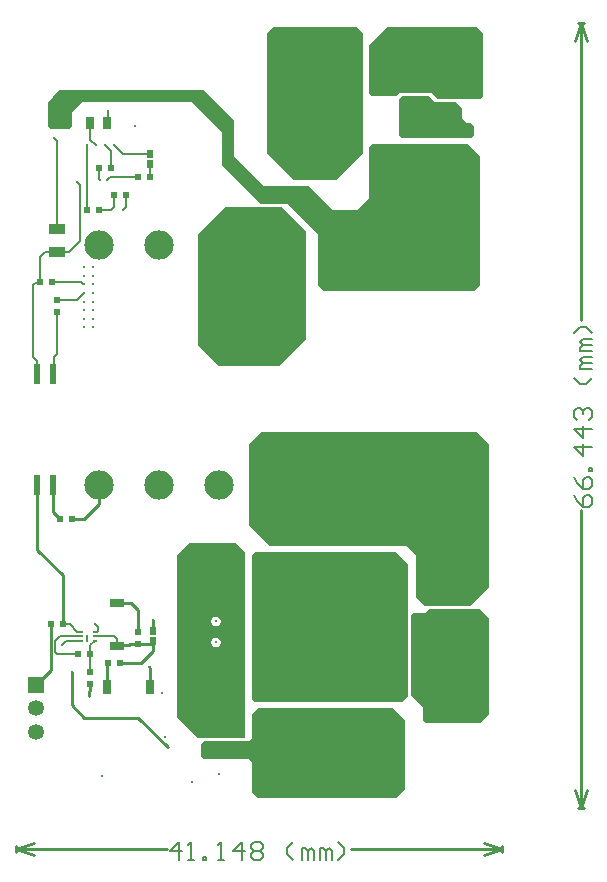
<source format=gtl>
G04*
G04 #@! TF.GenerationSoftware,Altium Limited,Altium Designer,21.2.2 (38)*
G04*
G04 Layer_Physical_Order=1*
G04 Layer_Color=255*
%FSLAX23Y23*%
%MOIN*%
G70*
G04*
G04 #@! TF.SameCoordinates,6939E313-D8E2-45C8-8463-115B02E7E026*
G04*
G04*
G04 #@! TF.FilePolarity,Positive*
G04*
G01*
G75*
%ADD12C,0.010*%
%ADD13R,0.019X0.020*%
%ADD14R,0.140X0.071*%
%ADD15R,0.079X0.152*%
%ADD16R,0.058X0.041*%
%ADD17R,0.030X0.047*%
%ADD18R,0.057X0.037*%
%ADD19R,0.022X0.071*%
%ADD20R,0.020X0.019*%
%ADD21R,0.031X0.039*%
%ADD22R,0.024X0.026*%
%ADD23R,0.014X0.006*%
%ADD24R,0.025X0.048*%
%ADD25R,0.048X0.025*%
%ADD44C,0.006*%
%ADD45C,0.005*%
%ADD46C,0.007*%
%ADD47R,0.053X0.053*%
%ADD48C,0.053*%
%ADD49R,0.053X0.053*%
%ADD50C,0.098*%
%ADD51C,0.012*%
G36*
X2580Y2190D02*
X2580Y1713D01*
X2519Y1651D01*
X2369D01*
X2339Y1681D01*
Y1821D01*
X2309Y1851D01*
X1849Y1851D01*
X1780Y1920D01*
X1780Y2190D01*
X1820Y2230D01*
X2540Y2230D01*
X2580Y2190D01*
D02*
G37*
G36*
X2270Y1830D02*
X2310Y1790D01*
X2310Y1350D01*
X2290Y1330D01*
X1800Y1330D01*
X1790Y1340D01*
X1790Y1820D01*
X1800Y1830D01*
X2270Y1830D01*
D02*
G37*
G36*
X2550Y1640D02*
X2580Y1610D01*
X2580Y1290D01*
X2550Y1260D01*
X2370D01*
X2360Y1270D01*
Y1315D01*
X2320Y1355D01*
X2320Y1620D01*
X2329Y1629D01*
X2369Y1629D01*
X2380Y1640D01*
X2550Y1640D01*
D02*
G37*
G36*
X1738Y1860D02*
X1769Y1829D01*
Y1212D01*
X1608D01*
X1540Y1280D01*
Y1820D01*
X1580Y1860D01*
X1738Y1860D01*
D02*
G37*
G36*
X2300Y1270D02*
Y1040D01*
X2270Y1010D01*
X1810D01*
X1790Y1030D01*
X1790Y1130D01*
X1780Y1140D01*
X1630D01*
X1620Y1150D01*
X1620Y1190D01*
X1630Y1200D01*
X1780D01*
X1790Y1210D01*
X1790Y1290D01*
X1810Y1310D01*
X2260D01*
X2300Y1270D01*
D02*
G37*
G36*
X2560Y3560D02*
X2560Y3350D01*
X2550Y3340D01*
X2480Y3340D01*
X2471Y3340D01*
X2470Y3340D01*
X2410D01*
X2390Y3360D01*
X2381D01*
X2380Y3360D01*
X2290D01*
X2289Y3360D01*
X2280D01*
X2270Y3350D01*
X2190D01*
X2180Y3360D01*
X2180Y3520D01*
X2240Y3580D01*
X2540D01*
X2560Y3560D01*
D02*
G37*
G36*
X2400Y3330D02*
X2470D01*
X2490Y3310D01*
X2490Y3278D01*
X2508Y3261D01*
X2519Y3261D01*
X2530Y3250D01*
X2530Y3220D01*
X2520Y3210D01*
X2290Y3210D01*
X2280Y3220D01*
Y3340D01*
X2290Y3350D01*
X2380D01*
X2400Y3330D01*
D02*
G37*
G36*
X2160Y3560D02*
Y3160D01*
X2070Y3070D01*
X1930Y3070D01*
X1840Y3160D01*
X1840Y3560D01*
X1860Y3580D01*
X2140D01*
X2160Y3560D01*
D02*
G37*
G36*
X1730Y3270D02*
X1730Y3150D01*
X1830Y3050D01*
X1980D01*
X2060Y2970D01*
X2140Y2970D01*
X2180Y3010D01*
Y3180D01*
X2190Y3190D01*
X2510D01*
X2550Y3150D01*
X2550Y2720D01*
X2530Y2700D01*
X2030Y2700D01*
X2010Y2720D01*
X2010Y2890D01*
X1910Y2990D01*
X1891D01*
X1890Y2990D01*
X1820D01*
X1690Y3120D01*
Y3230D01*
X1590Y3330D01*
X1224Y3330D01*
X1192Y3298D01*
X1192Y3252D01*
X1180Y3240D01*
X1120Y3240D01*
X1110Y3250D01*
X1110Y3328D01*
X1148Y3370D01*
X1630Y3370D01*
X1730Y3270D01*
D02*
G37*
G36*
X1970Y2900D02*
Y2540D01*
X1880Y2450D01*
X1680Y2450D01*
X1610Y2520D01*
Y2890D01*
X1700Y2980D01*
X1890D01*
X1970Y2900D01*
D02*
G37*
%LPC*%
G36*
X1673Y1616D02*
X1667D01*
X1661Y1614D01*
X1656Y1609D01*
X1654Y1603D01*
Y1597D01*
X1656Y1591D01*
X1661Y1586D01*
X1667Y1584D01*
X1673D01*
X1679Y1586D01*
X1684Y1591D01*
X1686Y1597D01*
Y1603D01*
X1684Y1609D01*
X1679Y1614D01*
X1673Y1616D01*
D02*
G37*
G36*
Y1546D02*
X1667D01*
X1661Y1544D01*
X1656Y1539D01*
X1654Y1533D01*
Y1527D01*
X1656Y1521D01*
X1661Y1516D01*
X1667Y1514D01*
X1673D01*
X1679Y1516D01*
X1684Y1521D01*
X1686Y1527D01*
Y1533D01*
X1684Y1539D01*
X1679Y1544D01*
X1673Y1546D01*
D02*
G37*
%LPD*%
D12*
X2624Y830D02*
Y850D01*
X1004Y830D02*
Y850D01*
X2564Y820D02*
X2624Y840D01*
X2564Y860D02*
X2624Y840D01*
X1004D02*
X1064Y820D01*
X1004Y840D02*
X1064Y860D01*
X2120Y840D02*
X2624D01*
X1004D02*
X1508D01*
X2878Y3595D02*
X2898D01*
X2878Y979D02*
X2898D01*
X2888Y3595D02*
X2908Y3535D01*
X2868D02*
X2888Y3595D01*
Y979D02*
X2908Y1039D01*
X2868D02*
X2888Y979D01*
Y2603D02*
Y3595D01*
Y979D02*
Y1971D01*
X1280Y1990D02*
Y2055D01*
X1230Y1940D02*
X1280Y1990D01*
X1190Y1940D02*
X1230D01*
X1250Y1370D02*
Y1390D01*
X1246Y1366D02*
X1250Y1370D01*
X1246Y1351D02*
X1246Y1351D01*
Y1366D01*
X1232Y1278D02*
X1412D01*
X1190Y1320D02*
Y1430D01*
Y1320D02*
X1232Y1278D01*
X1070Y1389D02*
X1120Y1439D01*
Y1590D01*
X1411Y1596D02*
Y1639D01*
X1388Y1662D02*
X1411Y1639D01*
X1340Y1662D02*
X1388D01*
X1412Y1278D02*
X1510Y1180D01*
X1074Y1839D02*
Y2055D01*
Y1839D02*
X1160Y1754D01*
Y1590D02*
Y1754D01*
X1126Y1965D02*
Y2055D01*
X1150Y1940D02*
Y1940D01*
X1126Y1965D02*
X1150Y1940D01*
X1342Y1520D02*
X1380D01*
X1340Y1518D02*
X1342Y1520D01*
X1385Y1525D02*
X1410D01*
X1380Y1520D02*
X1385Y1525D01*
X1410D02*
X1410Y1525D01*
X1460Y1500D02*
Y1533D01*
X1410Y1525D02*
X1453D01*
X1460Y1533D02*
Y1533D01*
X1453Y1525D02*
X1460Y1533D01*
X1420Y1460D02*
X1460Y1500D01*
X1350Y1460D02*
X1420D01*
X1309Y1459D02*
X1310Y1460D01*
X1309Y1381D02*
Y1459D01*
X1308Y1380D02*
X1309Y1381D01*
Y1459D02*
X1310Y1460D01*
X1410Y1595D02*
X1411Y1595D01*
X1410Y1566D02*
Y1595D01*
X1411Y1595D02*
Y1596D01*
X1460Y1605D02*
X1461Y1605D01*
X1460Y1567D02*
Y1605D01*
X1461Y1605D02*
Y1606D01*
X1448Y1448D02*
Y1448D01*
X1452Y1380D02*
Y1444D01*
X1448Y1448D02*
X1452Y1444D01*
D13*
X1310Y1460D02*
D03*
X1350D02*
D03*
X1083Y2731D02*
D03*
X1123D02*
D03*
X1190Y1940D02*
D03*
X1150D02*
D03*
X1280Y2970D02*
D03*
X1240D02*
D03*
X1330Y3020D02*
D03*
X1370D02*
D03*
X1410Y3080D02*
D03*
X1450D02*
D03*
X1280Y3110D02*
D03*
X1320D02*
D03*
X1210Y1490D02*
D03*
X1250D02*
D03*
X1160Y1590D02*
D03*
X1120D02*
D03*
D14*
X1867Y1790D02*
D03*
X1633D02*
D03*
X2467Y1440D02*
D03*
X2233D02*
D03*
X1633D02*
D03*
X1867D02*
D03*
D15*
X2230Y3430D02*
D03*
Y3090D02*
D03*
D16*
X1740Y1233D02*
D03*
Y1167D02*
D03*
X1660Y1233D02*
D03*
Y1167D02*
D03*
D17*
X2500Y3103D02*
D03*
Y3237D02*
D03*
D18*
X1140Y2831D02*
D03*
Y2909D02*
D03*
D19*
X1074Y2055D02*
D03*
X1126D02*
D03*
Y2425D02*
D03*
X1074D02*
D03*
D20*
X1140Y2671D02*
D03*
Y2631D02*
D03*
X1250Y1430D02*
D03*
Y1390D02*
D03*
X1410Y1566D02*
D03*
Y1525D02*
D03*
D21*
X1308Y3260D02*
D03*
X1252D02*
D03*
D22*
X1450Y3123D02*
D03*
Y3157D02*
D03*
X1460Y1533D02*
D03*
Y1567D02*
D03*
D23*
X1266Y1536D02*
D03*
Y1550D02*
D03*
Y1564D02*
D03*
X1220D02*
D03*
Y1550D02*
D03*
Y1536D02*
D03*
D24*
X1308Y1380D02*
D03*
X1452D02*
D03*
D25*
X1340Y1518D02*
D03*
Y1662D02*
D03*
D44*
X1206Y2671D02*
X1230Y2695D01*
X1140Y2671D02*
X1206D01*
X1221Y2731D02*
X1228Y2724D01*
X1123Y2731D02*
X1221D01*
X1228Y2724D02*
X1230D01*
X1320Y3110D02*
Y3168D01*
X1301Y3187D02*
X1320Y3168D01*
X1331Y3187D02*
X1361Y3157D01*
X1450D01*
X1252Y3206D02*
Y3260D01*
Y3206D02*
X1271Y3187D01*
X1241Y2971D02*
Y3187D01*
X1240Y2970D02*
X1241Y2971D01*
X1240Y2970D02*
X1240D01*
X1074Y2425D02*
Y2467D01*
X1060Y2482D02*
Y2720D01*
Y2482D02*
X1074Y2467D01*
X1060Y2720D02*
X1068Y2728D01*
X1080D02*
X1083Y2731D01*
X1068Y2728D02*
X1080D01*
X1083Y2730D02*
Y2813D01*
X1181Y2831D02*
X1217Y2867D01*
X1101Y2831D02*
X1181D01*
X1217Y2867D02*
Y3056D01*
X1083Y2813D02*
X1101Y2831D01*
X1208Y3065D02*
X1217Y3056D01*
X1130Y3210D02*
X1140Y3200D01*
Y2909D02*
Y3200D01*
X1126Y2425D02*
X1130Y2429D01*
Y2480D01*
X1140Y2490D01*
Y2631D01*
X1280Y3074D02*
X1284Y3070D01*
X1280Y3074D02*
Y3110D01*
X1309Y3070D02*
X1319Y3080D01*
X1410D01*
X1450Y3080D02*
X1450Y3080D01*
X1450Y3080D02*
Y3123D01*
X1370Y2980D02*
Y3020D01*
X1360Y2970D02*
X1370Y2980D01*
X1330Y2980D02*
Y3020D01*
X1320Y2970D02*
X1330Y2980D01*
X1280Y2970D02*
X1320D01*
X1548Y804D02*
Y864D01*
X1518Y834D01*
X1558D01*
X1578Y804D02*
X1598D01*
X1588D01*
Y864D01*
X1578Y854D01*
X1628Y804D02*
Y814D01*
X1638D01*
Y804D01*
X1628D01*
X1678D02*
X1698D01*
X1688D01*
Y864D01*
X1678Y854D01*
X1758Y804D02*
Y864D01*
X1728Y834D01*
X1768D01*
X1788Y854D02*
X1798Y864D01*
X1818D01*
X1828Y854D01*
Y844D01*
X1818Y834D01*
X1828Y824D01*
Y814D01*
X1818Y804D01*
X1798D01*
X1788Y814D01*
Y824D01*
X1798Y834D01*
X1788Y844D01*
Y854D01*
X1798Y834D02*
X1818D01*
X1928Y804D02*
X1908Y824D01*
Y844D01*
X1928Y864D01*
X1958Y804D02*
Y844D01*
X1968D01*
X1978Y834D01*
Y804D01*
Y834D01*
X1988Y844D01*
X1998Y834D01*
Y804D01*
X2018D02*
Y844D01*
X2028D01*
X2038Y834D01*
Y804D01*
Y834D01*
X2048Y844D01*
X2058Y834D01*
Y804D01*
X2078D02*
X2098Y824D01*
Y844D01*
X2078Y864D01*
X2864Y2021D02*
X2874Y2001D01*
X2894Y1981D01*
X2914D01*
X2924Y1991D01*
Y2011D01*
X2914Y2021D01*
X2904D01*
X2894Y2011D01*
Y1981D01*
X2864Y2081D02*
X2874Y2061D01*
X2894Y2041D01*
X2914D01*
X2924Y2051D01*
Y2071D01*
X2914Y2081D01*
X2904D01*
X2894Y2071D01*
Y2041D01*
X2924Y2101D02*
X2914D01*
Y2111D01*
X2924D01*
Y2101D01*
Y2181D02*
X2864D01*
X2894Y2151D01*
Y2191D01*
X2924Y2241D02*
X2864D01*
X2894Y2211D01*
Y2251D01*
X2874Y2271D02*
X2864Y2281D01*
Y2301D01*
X2874Y2311D01*
X2884D01*
X2894Y2301D01*
Y2291D01*
Y2301D01*
X2904Y2311D01*
X2914D01*
X2924Y2301D01*
Y2281D01*
X2914Y2271D01*
X2924Y2411D02*
X2904Y2391D01*
X2884D01*
X2864Y2411D01*
X2924Y2441D02*
X2884D01*
Y2451D01*
X2894Y2461D01*
X2924D01*
X2894D01*
X2884Y2471D01*
X2894Y2481D01*
X2924D01*
Y2501D02*
X2884D01*
Y2511D01*
X2894Y2521D01*
X2924D01*
X2894D01*
X2884Y2531D01*
X2894Y2541D01*
X2924D01*
Y2561D02*
X2904Y2581D01*
X2884D01*
X2864Y2561D01*
D45*
X1133Y1497D02*
Y1533D01*
Y1497D02*
X1140Y1490D01*
X1133Y1533D02*
X1150Y1550D01*
X1266Y1564D02*
X1275D01*
X1278Y1567D02*
Y1581D01*
X1275Y1564D02*
X1278Y1567D01*
X1266Y1564D02*
X1266Y1564D01*
X1267Y1592D02*
X1278Y1581D01*
X1157Y1522D02*
X1172Y1536D01*
X1220D01*
X1150Y1550D02*
X1220D01*
X1250Y1430D02*
X1250Y1430D01*
Y1490D02*
Y1521D01*
Y1430D02*
Y1490D01*
X1140D02*
X1210D01*
X1209Y1564D02*
X1220D01*
X1160Y1590D02*
X1184D01*
X1220Y1564D02*
X1220Y1564D01*
X1184Y1590D02*
X1209Y1564D01*
X1240Y1535D02*
X1242Y1537D01*
Y1554D01*
X1250Y1521D02*
X1266Y1536D01*
X1340Y1518D02*
Y1540D01*
X1330Y1550D02*
X1340Y1540D01*
X1266Y1550D02*
X1330D01*
D46*
X1308Y3260D02*
X1310Y3262D01*
Y3300D01*
D47*
X1911Y3530D02*
D03*
X2129Y1060D02*
D03*
D48*
X1990Y3530D02*
D03*
X2069D02*
D03*
X2510Y3461D02*
D03*
Y3383D02*
D03*
X2050Y1060D02*
D03*
X1971D02*
D03*
X1070Y1310D02*
D03*
Y1231D02*
D03*
D49*
X2510Y3540D02*
D03*
X1070Y1389D02*
D03*
D50*
X1280Y2855D02*
D03*
X1480D02*
D03*
X1680D02*
D03*
X2080D02*
D03*
X2480D02*
D03*
X1880D02*
D03*
X2280D02*
D03*
X1280Y2055D02*
D03*
X1480D02*
D03*
X1680D02*
D03*
X2080D02*
D03*
X2480D02*
D03*
X1880D02*
D03*
X2280D02*
D03*
D51*
X1246Y1351D02*
D03*
X1267Y1592D02*
D03*
X1157Y1522D02*
D03*
X1190Y1430D02*
D03*
X1510Y1180D02*
D03*
X1461Y1606D02*
D03*
X1411Y1596D02*
D03*
X1448Y1448D02*
D03*
X1502Y1216D02*
D03*
X1490Y1360D02*
D03*
X1291Y1083D02*
D03*
X1670Y1600D02*
D03*
Y1530D02*
D03*
X1951Y1288D02*
D03*
Y1345D02*
D03*
X1230Y2752D02*
D03*
X1260D02*
D03*
X1230Y2781D02*
D03*
X1260D02*
D03*
Y2724D02*
D03*
X1230D02*
D03*
X1260Y2695D02*
D03*
X1230D02*
D03*
X1260Y2666D02*
D03*
X1230D02*
D03*
X1260Y2637D02*
D03*
X1230D02*
D03*
X1260Y2609D02*
D03*
X1230D02*
D03*
X1260Y2580D02*
D03*
X1230D02*
D03*
X1609Y1741D02*
D03*
X1569D02*
D03*
X1690Y1380D02*
D03*
X1637D02*
D03*
X1587D02*
D03*
X1736Y1281D02*
D03*
X1699D02*
D03*
X1669D02*
D03*
X1639D02*
D03*
X1723Y1380D02*
D03*
X1715Y1643D02*
D03*
X1699Y1671D02*
D03*
X1689Y1701D02*
D03*
X1659D02*
D03*
X1730Y1539D02*
D03*
Y1569D02*
D03*
Y1599D02*
D03*
Y1507D02*
D03*
X2003Y1140D02*
D03*
X2033D02*
D03*
X1973D02*
D03*
X1943D02*
D03*
X1913D02*
D03*
X1883D02*
D03*
X1853D02*
D03*
X2213D02*
D03*
X2243D02*
D03*
X2183D02*
D03*
X2153D02*
D03*
X2123D02*
D03*
X2093D02*
D03*
X2063D02*
D03*
X2093Y1232D02*
D03*
X2063D02*
D03*
X2123D02*
D03*
X2063Y1202D02*
D03*
Y1172D02*
D03*
X2093D02*
D03*
Y1202D02*
D03*
X2123D02*
D03*
Y1172D02*
D03*
X2153D02*
D03*
X2183D02*
D03*
X2153Y1202D02*
D03*
X2183D02*
D03*
X2153Y1232D02*
D03*
X2183D02*
D03*
X2243D02*
D03*
X2213D02*
D03*
X2243Y1202D02*
D03*
X2213D02*
D03*
X2243Y1172D02*
D03*
X2213D02*
D03*
X1883Y1232D02*
D03*
X1853D02*
D03*
X1913D02*
D03*
X1853Y1202D02*
D03*
Y1172D02*
D03*
X1883D02*
D03*
Y1202D02*
D03*
X1913D02*
D03*
Y1172D02*
D03*
X1943D02*
D03*
X1973D02*
D03*
X1943Y1202D02*
D03*
X1973D02*
D03*
X1943Y1232D02*
D03*
X1973D02*
D03*
X2033D02*
D03*
X2003D02*
D03*
X2033Y1202D02*
D03*
X2003D02*
D03*
X2033Y1172D02*
D03*
X2003D02*
D03*
X2560Y1490D02*
D03*
Y1400D02*
D03*
Y1430D02*
D03*
Y1460D02*
D03*
X2510Y1390D02*
D03*
Y1300D02*
D03*
Y1330D02*
D03*
Y1360D02*
D03*
Y1600D02*
D03*
Y1510D02*
D03*
Y1540D02*
D03*
Y1570D02*
D03*
X1590Y1065D02*
D03*
X1680Y1090D02*
D03*
X1400Y3250D02*
D03*
X1331Y3187D02*
D03*
X1301D02*
D03*
X1271D02*
D03*
X1241D02*
D03*
X1121Y3308D02*
D03*
X1170Y3300D02*
D03*
X1150Y3320D02*
D03*
X2370Y3230D02*
D03*
X2400D02*
D03*
X2370Y3260D02*
D03*
X2400D02*
D03*
X2362Y2983D02*
D03*
Y2953D02*
D03*
X2392D02*
D03*
X2422D02*
D03*
X2392Y2983D02*
D03*
X2422D02*
D03*
X2482D02*
D03*
X2452D02*
D03*
X2482Y2953D02*
D03*
X2452D02*
D03*
X2305Y2954D02*
D03*
X2335D02*
D03*
X2305Y2984D02*
D03*
X2335D02*
D03*
X2275D02*
D03*
X2245D02*
D03*
X2275Y2954D02*
D03*
X2245D02*
D03*
X2215D02*
D03*
Y2984D02*
D03*
X2143Y2781D02*
D03*
Y2751D02*
D03*
Y2721D02*
D03*
X2173D02*
D03*
X2203D02*
D03*
X2173Y2751D02*
D03*
X2203D02*
D03*
X2173Y2781D02*
D03*
X2203D02*
D03*
X2263D02*
D03*
X2233D02*
D03*
X2263Y2751D02*
D03*
X2233D02*
D03*
X2263Y2721D02*
D03*
X2233D02*
D03*
X2380Y2720D02*
D03*
X2410D02*
D03*
X2380Y2750D02*
D03*
X2410D02*
D03*
X2380Y2780D02*
D03*
X2410D02*
D03*
X2350D02*
D03*
X2320D02*
D03*
X2350Y2750D02*
D03*
X2320D02*
D03*
X2350Y2720D02*
D03*
X2320D02*
D03*
X2290D02*
D03*
Y2750D02*
D03*
Y2780D02*
D03*
X2379Y1759D02*
D03*
Y1729D02*
D03*
Y1699D02*
D03*
X2409D02*
D03*
X2439D02*
D03*
X2409Y1729D02*
D03*
X2439D02*
D03*
X2409Y1759D02*
D03*
X2439D02*
D03*
X2499D02*
D03*
X2469D02*
D03*
X2499Y1729D02*
D03*
X2469D02*
D03*
X2499Y1699D02*
D03*
X2469D02*
D03*
X2409Y1849D02*
D03*
Y1819D02*
D03*
Y1789D02*
D03*
X2439D02*
D03*
X2469D02*
D03*
X2439Y1819D02*
D03*
X2469D02*
D03*
X2439Y1849D02*
D03*
X2469D02*
D03*
X2529D02*
D03*
X2499D02*
D03*
X2529Y1819D02*
D03*
X2499D02*
D03*
X2529Y1789D02*
D03*
X2499D02*
D03*
X1974Y1902D02*
D03*
X2004D02*
D03*
X1974Y1932D02*
D03*
X2004D02*
D03*
X1974Y1962D02*
D03*
X2004D02*
D03*
X1944D02*
D03*
X1914D02*
D03*
X1944Y1932D02*
D03*
X1914D02*
D03*
X1944Y1902D02*
D03*
X1914D02*
D03*
X1884D02*
D03*
Y1932D02*
D03*
Y1962D02*
D03*
X2474Y1892D02*
D03*
X2504D02*
D03*
X2474Y1922D02*
D03*
X2504D02*
D03*
X2474Y1952D02*
D03*
X2504D02*
D03*
X2444D02*
D03*
X2414D02*
D03*
X2444Y1922D02*
D03*
X2414D02*
D03*
X2444Y1892D02*
D03*
X2414D02*
D03*
X2384D02*
D03*
Y1922D02*
D03*
Y1952D02*
D03*
X1850Y2140D02*
D03*
Y2170D02*
D03*
Y2200D02*
D03*
X2387Y2199D02*
D03*
Y2169D02*
D03*
Y2139D02*
D03*
X2417D02*
D03*
X2447D02*
D03*
X2417Y2169D02*
D03*
X2447D02*
D03*
X2417Y2199D02*
D03*
X2447D02*
D03*
X2507D02*
D03*
X2477D02*
D03*
X2507Y2169D02*
D03*
X2477D02*
D03*
X2507Y2139D02*
D03*
X2477D02*
D03*
X2330Y2140D02*
D03*
X2360D02*
D03*
X2330Y2170D02*
D03*
X2360D02*
D03*
X2330Y2200D02*
D03*
X2360D02*
D03*
X2300D02*
D03*
X2270D02*
D03*
X2300Y2170D02*
D03*
X2270D02*
D03*
X2300Y2140D02*
D03*
X2270D02*
D03*
X2240D02*
D03*
Y2170D02*
D03*
X2210D02*
D03*
Y2140D02*
D03*
X2240Y2200D02*
D03*
X2210D02*
D03*
X2030D02*
D03*
X2000D02*
D03*
X2060D02*
D03*
X2000Y2170D02*
D03*
Y2140D02*
D03*
X2030D02*
D03*
Y2170D02*
D03*
X2060D02*
D03*
Y2140D02*
D03*
X2090D02*
D03*
X2120D02*
D03*
X2090Y2170D02*
D03*
X2120D02*
D03*
X2090Y2200D02*
D03*
X2120D02*
D03*
X2180D02*
D03*
X2150D02*
D03*
X2180Y2170D02*
D03*
X2150D02*
D03*
X2180Y2140D02*
D03*
X2150D02*
D03*
X1940D02*
D03*
X1970D02*
D03*
X1940Y2170D02*
D03*
X1970D02*
D03*
X1940Y2200D02*
D03*
X1970D02*
D03*
X1910D02*
D03*
Y2170D02*
D03*
Y2140D02*
D03*
X1880D02*
D03*
Y2170D02*
D03*
Y2200D02*
D03*
X1910Y1730D02*
D03*
Y1700D02*
D03*
X1940D02*
D03*
Y1730D02*
D03*
X1970D02*
D03*
X2000D02*
D03*
X1970Y1700D02*
D03*
X2000D02*
D03*
X2030D02*
D03*
Y1730D02*
D03*
X1870Y1620D02*
D03*
Y1590D02*
D03*
Y1560D02*
D03*
X1900D02*
D03*
Y1590D02*
D03*
Y1620D02*
D03*
X1870Y1650D02*
D03*
X1900D02*
D03*
X1960D02*
D03*
X1930D02*
D03*
X1960Y1620D02*
D03*
X1930D02*
D03*
X1960Y1590D02*
D03*
X1930D02*
D03*
X1960Y1560D02*
D03*
X1930D02*
D03*
X2140Y1500D02*
D03*
X2170D02*
D03*
X2140Y1530D02*
D03*
X2170D02*
D03*
X2140Y1560D02*
D03*
X2170D02*
D03*
X2140Y1590D02*
D03*
X2170D02*
D03*
X2140Y1620D02*
D03*
X2170D02*
D03*
X2200D02*
D03*
X2110D02*
D03*
X2080D02*
D03*
X2110Y1590D02*
D03*
X2080D02*
D03*
X2110Y1560D02*
D03*
Y1530D02*
D03*
Y1500D02*
D03*
Y1460D02*
D03*
Y1430D02*
D03*
X2080D02*
D03*
X2050D02*
D03*
X2080Y1460D02*
D03*
X2050D02*
D03*
Y1500D02*
D03*
X2080D02*
D03*
X2050Y1530D02*
D03*
X2080D02*
D03*
Y1560D02*
D03*
X2050D02*
D03*
Y1590D02*
D03*
X2020D02*
D03*
Y1560D02*
D03*
Y1530D02*
D03*
Y1500D02*
D03*
Y1460D02*
D03*
Y1430D02*
D03*
X1990D02*
D03*
Y1460D02*
D03*
Y1500D02*
D03*
Y1530D02*
D03*
Y1560D02*
D03*
Y1590D02*
D03*
X2050Y1680D02*
D03*
Y1650D02*
D03*
Y1620D02*
D03*
X1990D02*
D03*
Y1650D02*
D03*
Y1680D02*
D03*
X2020D02*
D03*
Y1620D02*
D03*
Y1650D02*
D03*
X1130Y3210D02*
D03*
X1208Y3065D02*
D03*
X1650Y2780D02*
D03*
X1910D02*
D03*
X1700D02*
D03*
X1860D02*
D03*
X1750D02*
D03*
X1810D02*
D03*
X1780Y2810D02*
D03*
Y2850D02*
D03*
X1840Y2500D02*
D03*
X1690D02*
D03*
X1740D02*
D03*
X1790D02*
D03*
X1890Y2490D02*
D03*
X1840Y2470D02*
D03*
X1790D02*
D03*
X1740D02*
D03*
X1690D02*
D03*
X1310Y3300D02*
D03*
X1360Y2970D02*
D03*
X1320D02*
D03*
X1284Y3070D02*
D03*
X1309D02*
D03*
M02*

</source>
